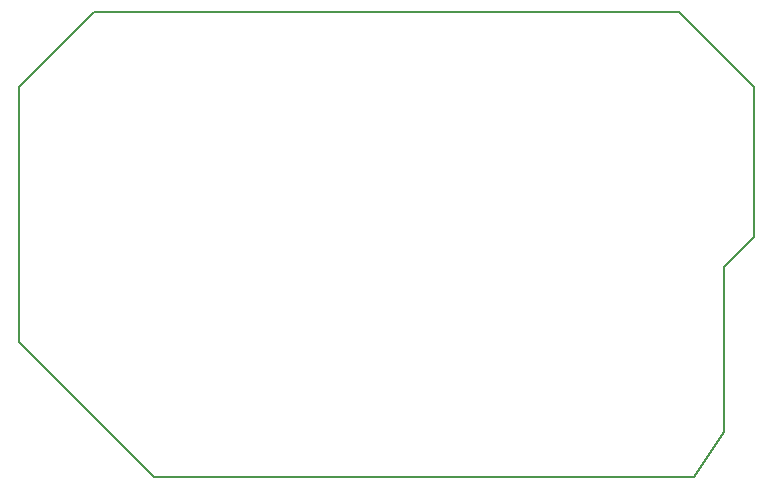
<source format=gbr>
G04 #@! TF.FileFunction,Profile,NP*
%FSLAX46Y46*%
G04 Gerber Fmt 4.6, Leading zero omitted, Abs format (unit mm)*
G04 Created by KiCad (PCBNEW (2015-12-07 BZR 6352)-product) date Sun 21 Feb 2016 10:09:47 AM EST*
%MOMM*%
G01*
G04 APERTURE LIST*
%ADD10C,0.100000*%
%ADD11C,0.150000*%
G04 APERTURE END LIST*
D10*
D11*
X57150000Y0D02*
X11430000Y0D01*
X59690000Y3810000D02*
X57150000Y0D01*
X59690000Y17780000D02*
X59690000Y3810000D01*
X62230000Y20320000D02*
X59690000Y17780000D01*
X62230000Y33020000D02*
X62230000Y20320000D01*
X55880000Y39370000D02*
X62230000Y33020000D01*
X6350000Y39370000D02*
X55880000Y39370000D01*
X0Y33020000D02*
X6350000Y39370000D01*
X0Y11430000D02*
X0Y33020000D01*
X11430000Y0D02*
X0Y11430000D01*
M02*

</source>
